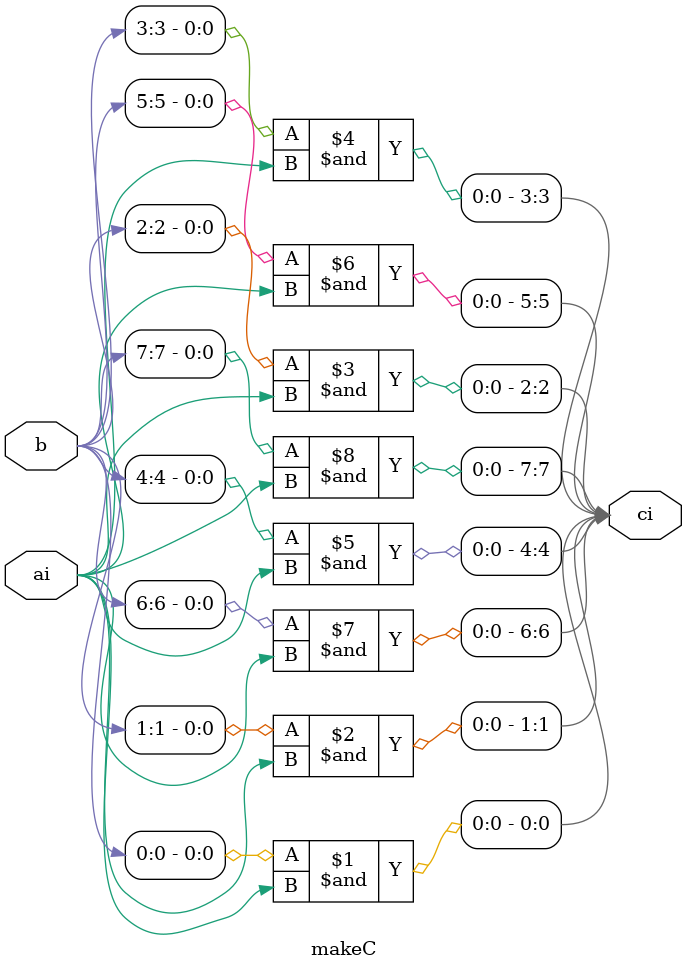
<source format=v>
module makeC(
                input  ai,
                input [7:0] b,
                output [7:0] ci
             );

   assign ci[0] = b[0]& ai;
   assign ci[1] = b[1]& ai;
   assign ci[2] = b[2]& ai;
   assign ci[3] = b[3]& ai;
   assign ci[4] = b[4]& ai;
   assign ci[5] = b[5]& ai;
   assign ci[6] = b[6]& ai;
   assign ci[7] = b[7]& ai;
   
   
endmodule

</source>
